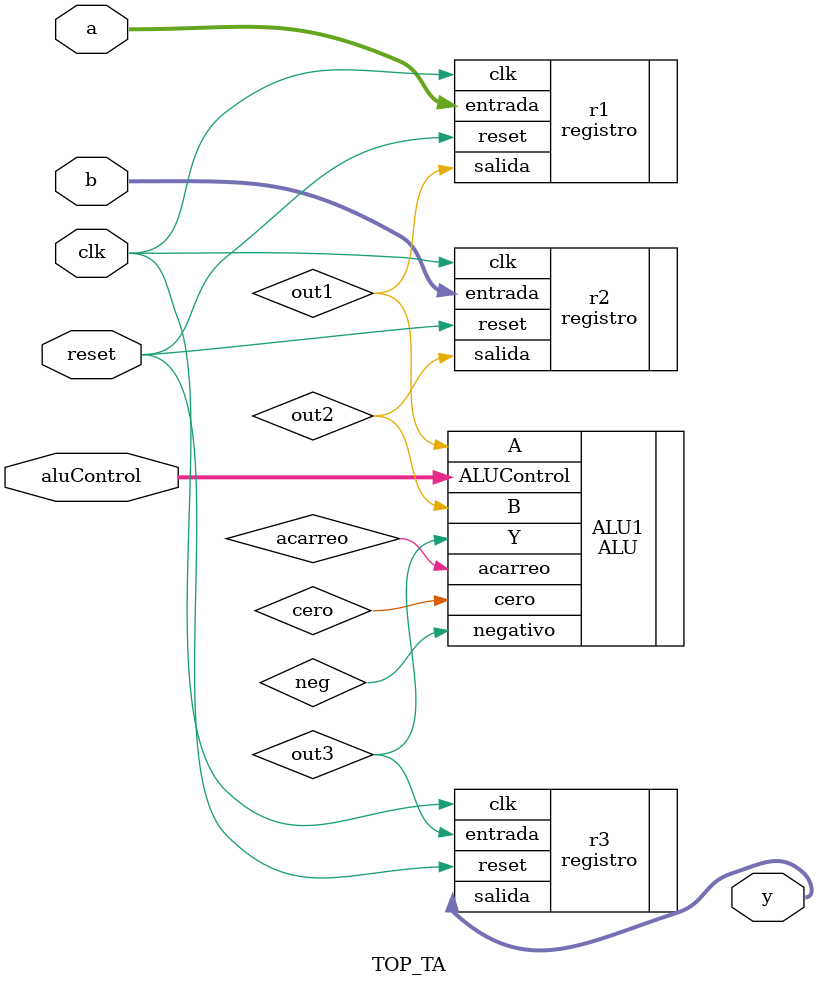
<source format=sv>
module TOP_TA(input logic [31:0] a,b,
					input logic clk,reset,
					input logic [31:0] aluControl,
					output logic [31:0] y);
					
logic out1;
logic out2;
logic out3;
logic neg,cero,acarreo;

registro #(32) r1(.entrada(a), .clk(clk), .reset(reset),.salida(out1));
registro #(32) r2(.entrada(b), .clk(clk), .reset(reset),.salida(out2));
ALU #(.N(32)) ALU1(.A(out1),.B(out2),.ALUControl(aluControl),.Y(out3),
.negativo(neg),.cero(cero),.acarreo(acarreo));
registro #(32) r3(.entrada(out3), .clk(clk), .reset(reset),.salida(y));
endmodule

</source>
